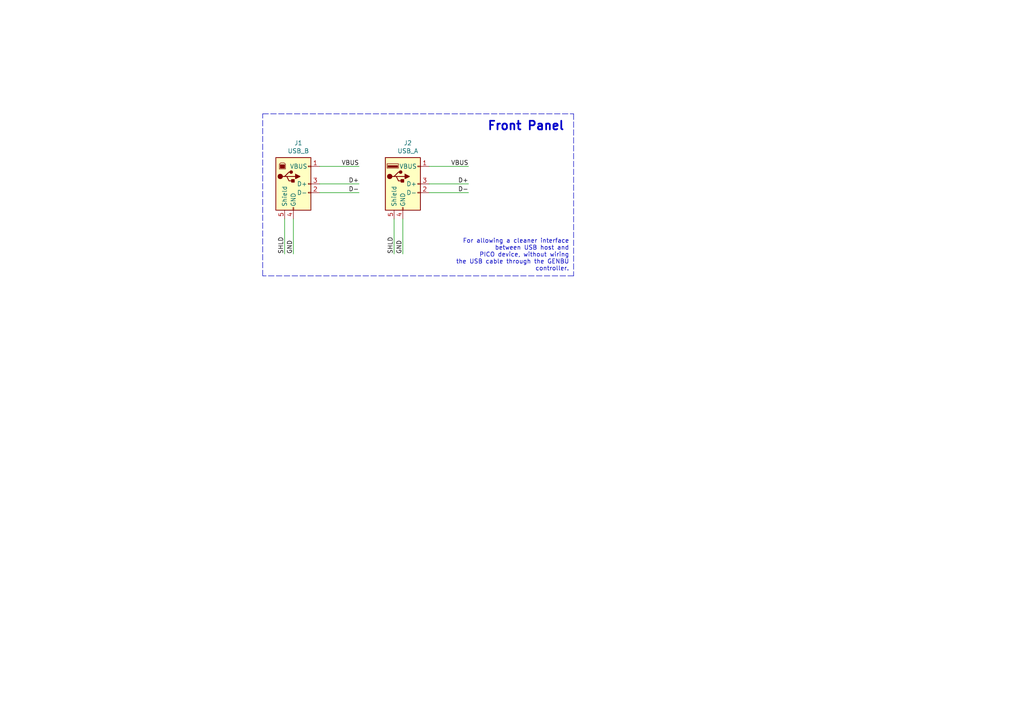
<source format=kicad_sch>
(kicad_sch (version 20211123) (generator eeschema)
  (paper "A4")
  (lib_symbols
    (symbol "Connector:USB_A" (pin_names (offset 1.016))
      (property "Reference" "J" (at -5.08 11.43 0))
      (property "Value" "USB_A" (at -5.08 8.89 0))
      (symbol "USB_A_0_1"
        (rectangle (start -5.08 -7.62) (end 5.08 7.62) (stroke (width 0.254)) (fill (type background)))
        (circle (center -3.81 2.159) (radius 0.635) (stroke (width 0.254)) (fill (type outline)))
        (rectangle (start -1.524 4.826) (end -4.318 5.334) (fill (type outline)))
        (rectangle (start -1.27 4.572) (end -4.572 5.842))
        (circle (center -0.635 3.429) (radius 0.381) (stroke (width 0.254)) (fill (type outline)))
        (rectangle (start -0.127 -7.62) (end 0.127 -6.858))
        (polyline (pts (xy -3.175 2.159) (xy -2.54 2.159) (xy -1.27 3.429) (xy -0.635 3.429)) (stroke (width 0.254)))
        (polyline (pts (xy -2.54 2.159) (xy -1.905 2.159) (xy -1.27 0.889) (xy 0 0.889)) (stroke (width 0.254)))
        (polyline (pts (xy 0.635 2.794) (xy 0.635 1.524) (xy 1.905 2.159) (xy 0.635 2.794)) (stroke (width 0.254)) (fill (type outline)))
        (rectangle (start 0.254 1.27) (end -0.508 0.508) (stroke (width 0.254)) (fill (type outline)))
        (rectangle (start 5.08 -2.667) (end 4.318 -2.413))
        (rectangle (start 5.08 -0.127) (end 4.318 0.127))
        (rectangle (start 5.08 4.953) (end 4.318 5.207))
      )
      (symbol "USB_A_1_1"
        (polyline (pts (xy -1.905 2.159) (xy 0.635 2.159)) (stroke (width 0.254)))
        (pin power_in line (at 7.62 5.08 180) (length 2.54) (name "VBUS") (number "1"))
        (pin bidirectional line (at 7.62 -2.54 180) (length 2.54) (name "D-") (number "2"))
        (pin bidirectional line (at 7.62 0 180) (length 2.54) (name "D+") (number "3"))
        (pin power_in line (at 0 -10.16 90) (length 2.54) (name "GND") (number "4"))
        (pin passive line (at -2.54 -10.16 90) (length 2.54) (name "Shield") (number "5"))
      )
    )
    (symbol "Connector:USB_B" (pin_names (offset 1.016))
      (property "Reference" "J" (at -5.08 11.43 0))
      (property "Value" "USB_B" (at -5.08 8.89 0))
      (symbol "USB_B_0_1"
        (rectangle (start -5.08 -7.62) (end 5.08 7.62) (stroke (width 0.254)) (fill (type background)))
        (circle (center -3.81 2.159) (radius 0.635) (stroke (width 0.254)) (fill (type outline)))
        (rectangle (start -3.81 5.588) (end -2.54 4.572) (fill (type outline)))
        (circle (center -0.635 3.429) (radius 0.381) (stroke (width 0.254)) (fill (type outline)))
        (rectangle (start -0.127 -7.62) (end 0.127 -6.858))
        (polyline (pts (xy -1.905 2.159) (xy 0.635 2.159)) (stroke (width 0.254)))
        (polyline (pts (xy -3.175 2.159) (xy -2.54 2.159) (xy -1.27 3.429) (xy -0.635 3.429)) (stroke (width 0.254)))
        (polyline (pts (xy -2.54 2.159) (xy -1.905 2.159) (xy -1.27 0.889) (xy 0 0.889)) (stroke (width 0.254)))
        (polyline (pts (xy 0.635 2.794) (xy 0.635 1.524) (xy 1.905 2.159) (xy 0.635 2.794)) (stroke (width 0.254)) (fill (type outline)))
        (polyline (pts (xy -4.064 4.318) (xy -2.286 4.318) (xy -2.286 5.715) (xy -2.667 6.096) (xy -3.683 6.096) (xy -4.064 5.715) (xy -4.064 4.318)))
        (rectangle (start 0.254 1.27) (end -0.508 0.508) (stroke (width 0.254)) (fill (type outline)))
        (rectangle (start 5.08 -2.667) (end 4.318 -2.413))
        (rectangle (start 5.08 -0.127) (end 4.318 0.127))
        (rectangle (start 5.08 4.953) (end 4.318 5.207))
      )
      (symbol "USB_B_1_1"
        (pin power_out line (at 7.62 5.08 180) (length 2.54) (name "VBUS") (number "1"))
        (pin bidirectional line (at 7.62 -2.54 180) (length 2.54) (name "D-") (number "2"))
        (pin bidirectional line (at 7.62 0 180) (length 2.54) (name "D+") (number "3"))
        (pin power_out line (at 0 -10.16 90) (length 2.54) (name "GND") (number "4"))
        (pin passive line (at -2.54 -10.16 90) (length 2.54) (name "Shield") (number "5"))
      )
    )
  )
  (wire (pts (xy 135.89 53.34) (xy 124.46 53.34)))
  (wire (pts (xy 114.3 73.66) (xy 114.3 63.5)))
  (wire (pts (xy 135.89 55.88) (xy 124.46 55.88)))
  (wire (pts (xy 116.84 73.66) (xy 116.84 63.5)))
  (wire (pts (xy 104.14 55.88) (xy 92.71 55.88)))
  (polyline (pts (xy 76.2 33.02) (xy 166.37 33.02)))
  (polyline (pts (xy 76.2 80.01) (xy 76.2 33.02)))
  (polyline (pts (xy 166.37 80.01) (xy 76.2 80.01)))
  (wire (pts (xy 85.09 73.66) (xy 85.09 63.5)))
  (polyline (pts (xy 166.37 33.02) (xy 166.37 80.01)))
  (wire (pts (xy 135.89 48.26) (xy 124.46 48.26)))
  (wire (pts (xy 104.14 48.26) (xy 92.71 48.26)))
  (wire (pts (xy 82.55 73.66) (xy 82.55 63.5)))
  (wire (pts (xy 104.14 53.34) (xy 92.71 53.34)))
  (text "Front Panel" (at 163.83 38.1 180) (effects (font (size 2.4892 2.4892) (thickness 0.4978) bold) (justify right bottom)))
  (text "For allowing a cleaner interface\nbetween USB host and\nPICO device, without wiring\nthe USB cable through the GENBU\ncontroller.\n" (at 165.1 78.74 0) (effects (font (size 1.2446 1.2446)) (justify right bottom)))
  (label "D+" (at 104.14 53.34 180))
  (label "GND" (at 85.09 73.66 90))
  (label "D+" (at 135.89 53.34 180))
  (label "D-" (at 104.14 55.88 180))
  (label "SHLD" (at 82.55 73.66 90))
  (label "VBUS" (at 104.14 48.26 180))
  (label "D-" (at 135.89 55.88 180))
  (label "SHLD" (at 114.3 73.66 90))
  (label "VBUS" (at 135.89 48.26 180))
  (label "GND" (at 116.84 73.66 90))
  (symbol (lib_id "Connector:USB_B") (at 85.09 53.34 0) (unit 1)
    (property "Reference" "J1" (at 86.5378 41.4782 0))
    (property "Value" "USB_B" (at 86.5378 43.7896 0))
    (property "Footprint" "Connector_USB:USB_B_TE_5787834_Vertical" (effects hide))
    (property "Datasheet" " ~" (effects hide))
  )
  (symbol (lib_id "Connector:USB_A") (at 116.84 53.34 0) (unit 1)
    (property "Reference" "J2" (at 118.2878 41.4782 0))
    (property "Value" "USB_A" (at 118.2878 43.7896 0))
    (property "Footprint" "Connector_USB:USB_A_Molex_105057_Vertical" (effects hide))
    (property "Datasheet" " ~" (effects hide))
  )
)
</source>
